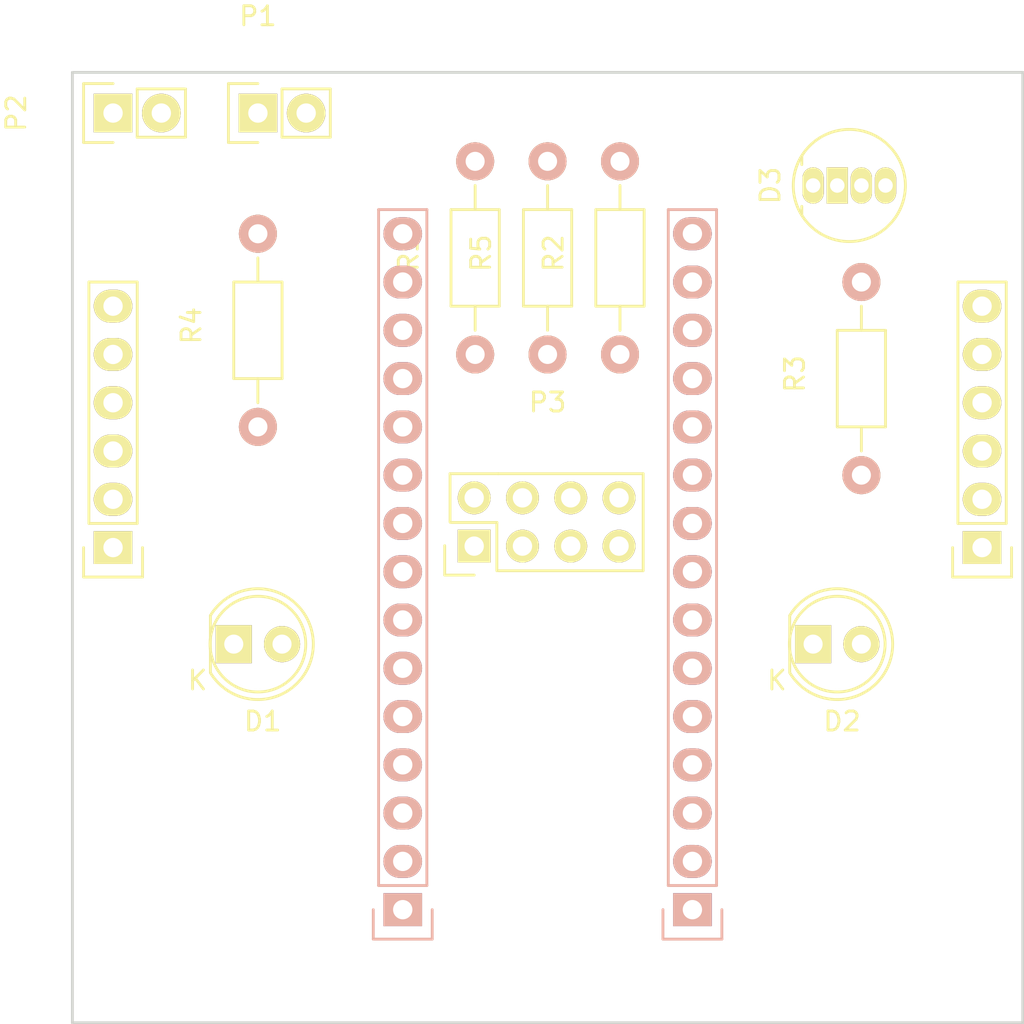
<source format=kicad_pcb>
(kicad_pcb (version 4) (host pcbnew 4.0.2-4+6225~38~ubuntu14.04.1-stable)

  (general
    (links 0)
    (no_connects 37)
    (area 139.7 78.74 190.5 129.54)
    (thickness 1.6)
    (drawings 4)
    (tracks 0)
    (zones 0)
    (modules 15)
    (nets 36)
  )

  (page A4)
  (layers
    (0 F.Cu signal)
    (31 B.Cu signal)
    (32 B.Adhes user)
    (33 F.Adhes user)
    (34 B.Paste user)
    (35 F.Paste user)
    (36 B.SilkS user)
    (37 F.SilkS user)
    (38 B.Mask user)
    (39 F.Mask user)
    (40 Dwgs.User user)
    (41 Cmts.User user)
    (42 Eco1.User user)
    (43 Eco2.User user)
    (44 Edge.Cuts user)
    (45 Margin user)
    (46 B.CrtYd user)
    (47 F.CrtYd user)
    (48 B.Fab user)
    (49 F.Fab user)
  )

  (setup
    (last_trace_width 0.25)
    (trace_clearance 0.2)
    (zone_clearance 0.508)
    (zone_45_only no)
    (trace_min 0.2)
    (segment_width 0.2)
    (edge_width 0.15)
    (via_size 0.6)
    (via_drill 0.4)
    (via_min_size 0.4)
    (via_min_drill 0.3)
    (uvia_size 0.3)
    (uvia_drill 0.1)
    (uvias_allowed no)
    (uvia_min_size 0.2)
    (uvia_min_drill 0.1)
    (pcb_text_width 0.3)
    (pcb_text_size 1.5 1.5)
    (mod_edge_width 0.15)
    (mod_text_size 1 1)
    (mod_text_width 0.15)
    (pad_size 1.524 1.524)
    (pad_drill 0.762)
    (pad_to_mask_clearance 0.2)
    (aux_axis_origin 0 0)
    (grid_origin 165 105)
    (visible_elements FFFFF77F)
    (pcbplotparams
      (layerselection 0x00030_80000001)
      (usegerberextensions false)
      (excludeedgelayer true)
      (linewidth 0.100000)
      (plotframeref false)
      (viasonmask false)
      (mode 1)
      (useauxorigin false)
      (hpglpennumber 1)
      (hpglpenspeed 20)
      (hpglpendiameter 15)
      (hpglpenoverlay 2)
      (psnegative false)
      (psa4output false)
      (plotreference true)
      (plotvalue true)
      (plotinvisibletext false)
      (padsonsilk false)
      (subtractmaskfromsilk false)
      (outputformat 1)
      (mirror false)
      (drillshape 0)
      (scaleselection 1)
      (outputdirectory ""))
  )

  (net 0 "")
  (net 1 GND)
  (net 2 /LED_GREEN)
  (net 3 /LED_RED)
  (net 4 "Net-(D3-Pad1)")
  (net 5 "Net-(D3-Pad3)")
  (net 6 "Net-(D3-Pad4)")
  (net 7 5V)
  (net 8 VIN)
  (net 9 3V3)
  (net 10 D7)
  (net 11 D8)
  (net 12 SCK)
  (net 13 MOSI)
  (net 14 MISO)
  (net 15 "Net-(P3-Pad8)")
  (net 16 SS)
  (net 17 D9)
  (net 18 D6)
  (net 19 D5)
  (net 20 D4)
  (net 21 D3)
  (net 22 D2)
  (net 23 "Net-(P4-Pad13)")
  (net 24 "Net-(P4-Pad14)")
  (net 25 "Net-(P4-Pad15)")
  (net 26 SCL)
  (net 27 SDA)
  (net 28 ADC1)
  (net 29 ADC0)
  (net 30 "Net-(P6-Pad3)")
  (net 31 "Net-(P6-Pad6)")
  (net 32 "Net-(P6-Pad7)")
  (net 33 "Net-(P6-Pad10)")
  (net 34 "Net-(P6-Pad11)")
  (net 35 "Net-(P6-Pad13)")

  (net_class Default "This is the default net class."
    (clearance 0.2)
    (trace_width 0.25)
    (via_dia 0.6)
    (via_drill 0.4)
    (uvia_dia 0.3)
    (uvia_drill 0.1)
    (add_net /LED_GREEN)
    (add_net /LED_RED)
    (add_net 3V3)
    (add_net 5V)
    (add_net ADC0)
    (add_net ADC1)
    (add_net D2)
    (add_net D3)
    (add_net D4)
    (add_net D5)
    (add_net D6)
    (add_net D7)
    (add_net D8)
    (add_net D9)
    (add_net GND)
    (add_net MISO)
    (add_net MOSI)
    (add_net "Net-(D3-Pad1)")
    (add_net "Net-(D3-Pad3)")
    (add_net "Net-(D3-Pad4)")
    (add_net "Net-(P3-Pad8)")
    (add_net "Net-(P4-Pad13)")
    (add_net "Net-(P4-Pad14)")
    (add_net "Net-(P4-Pad15)")
    (add_net "Net-(P6-Pad10)")
    (add_net "Net-(P6-Pad11)")
    (add_net "Net-(P6-Pad13)")
    (add_net "Net-(P6-Pad3)")
    (add_net "Net-(P6-Pad6)")
    (add_net "Net-(P6-Pad7)")
    (add_net SCK)
    (add_net SCL)
    (add_net SDA)
    (add_net SS)
    (add_net VIN)
  )

  (module NRF_24L01 placed (layer F.Cu) (tedit 57177CC0) (tstamp 571778E3)
    (at 165 102.46)
    (descr "Through hole socket strip")
    (tags "socket strip")
    (path /57177ADC)
    (fp_text reference P3 (at 0 -5.1) (layer F.SilkS)
      (effects (font (size 1 1) (thickness 0.15)))
    )
    (fp_text value NRF_24L01 (at 0 -3.1) (layer F.Fab)
      (effects (font (size 1 1) (thickness 0.15)))
    )
    (fp_line (start -5.1054 1.2192) (end -2.667 1.2192) (layer F.SilkS) (width 0.15))
    (fp_line (start -2.667 1.2192) (end -2.667 3.7592) (layer F.SilkS) (width 0.15))
    (fp_line (start -2.5908 3.7592) (end 5.0292 3.7592) (layer F.SilkS) (width 0.15))
    (fp_line (start -5.6108 -1.8262) (end -5.6108 4.2238) (layer F.CrtYd) (width 0.05))
    (fp_line (start 5.5392 -1.8262) (end 5.5392 4.2238) (layer F.CrtYd) (width 0.05))
    (fp_line (start -5.6108 -1.8262) (end 5.5392 -1.8262) (layer F.CrtYd) (width 0.05))
    (fp_line (start -5.6108 4.2238) (end 5.5392 4.2238) (layer F.CrtYd) (width 0.05))
    (fp_line (start -2.5908 -1.3462) (end 5.0292 -1.3462) (layer F.SilkS) (width 0.15))
    (fp_line (start 5.0292 -1.3462) (end 5.0292 3.7338) (layer F.SilkS) (width 0.15))
    (fp_line (start -3.8608 3.9872) (end -5.4108 3.9872) (layer F.SilkS) (width 0.15))
    (fp_line (start -5.1308 -1.3462) (end -2.5908 -1.3462) (layer F.SilkS) (width 0.15))
    (fp_line (start -5.1308 1.1938) (end -5.1308 -1.3462) (layer F.SilkS) (width 0.15))
    (fp_line (start -5.4108 2.4378) (end -5.4108 3.9878) (layer F.SilkS) (width 0.15))
    (pad 2 thru_hole circle (at -3.8608 -0.0762) (size 1.7272 1.7272) (drill 1.016) (layers *.Cu *.Mask F.SilkS)
      (net 9 3V3))
    (pad 1 thru_hole rect (at -3.8608 2.4638) (size 1.7272 1.7272) (drill 1.016) (layers *.Cu *.Mask F.SilkS)
      (net 1 GND))
    (pad 4 thru_hole oval (at -1.3208 -0.0762) (size 1.7272 1.7272) (drill 1.016) (layers *.Cu *.Mask F.SilkS)
      (net 11 D8))
    (pad 3 thru_hole oval (at -1.3208 2.4638) (size 1.7272 1.7272) (drill 1.016) (layers *.Cu *.Mask F.SilkS)
      (net 10 D7))
    (pad 6 thru_hole oval (at 1.2192 -0.0762) (size 1.7272 1.7272) (drill 1.016) (layers *.Cu *.Mask F.SilkS)
      (net 13 MOSI))
    (pad 5 thru_hole oval (at 1.2192 2.4638) (size 1.7272 1.7272) (drill 1.016) (layers *.Cu *.Mask F.SilkS)
      (net 12 SCK))
    (pad 8 thru_hole oval (at 3.7592 -0.0762) (size 1.7272 1.7272) (drill 1.016) (layers *.Cu *.Mask F.SilkS)
      (net 15 "Net-(P3-Pad8)"))
    (pad 7 thru_hole oval (at 3.7592 2.4638) (size 1.7272 1.7272) (drill 1.016) (layers *.Cu *.Mask F.SilkS)
      (net 14 MISO))
    (model Socket_Strips.3dshapes/Socket_Strip_Straight_2x04.wrl
      (at (xyz 0.15 -0.05 0))
      (scale (xyz 1 1 1))
      (rotate (xyz 0 0 180))
    )
  )

  (module LEDs:LED-5MM placed (layer F.Cu) (tedit 5570F7EA) (tstamp 57177891)
    (at 148.49 110.08)
    (descr "LED 5mm round vertical")
    (tags "LED 5mm round vertical")
    (path /571774ED)
    (fp_text reference D1 (at 1.524 4.064) (layer F.SilkS)
      (effects (font (size 1 1) (thickness 0.15)))
    )
    (fp_text value LED (at 1.524 -3.937) (layer F.Fab)
      (effects (font (size 1 1) (thickness 0.15)))
    )
    (fp_line (start -1.5 -1.55) (end -1.5 1.55) (layer F.CrtYd) (width 0.05))
    (fp_arc (start 1.3 0) (end -1.5 1.55) (angle -302) (layer F.CrtYd) (width 0.05))
    (fp_arc (start 1.27 0) (end -1.23 -1.5) (angle 297.5) (layer F.SilkS) (width 0.15))
    (fp_line (start -1.23 1.5) (end -1.23 -1.5) (layer F.SilkS) (width 0.15))
    (fp_circle (center 1.27 0) (end 0.97 -2.5) (layer F.SilkS) (width 0.15))
    (fp_text user K (at -1.905 1.905) (layer F.SilkS)
      (effects (font (size 1 1) (thickness 0.15)))
    )
    (pad 1 thru_hole rect (at 0 0 90) (size 2 1.9) (drill 1.00076) (layers *.Cu *.Mask F.SilkS)
      (net 1 GND))
    (pad 2 thru_hole circle (at 2.54 0) (size 1.9 1.9) (drill 1.00076) (layers *.Cu *.Mask F.SilkS)
      (net 2 /LED_GREEN))
    (model LEDs.3dshapes/LED-5MM.wrl
      (at (xyz 0.05 0 0))
      (scale (xyz 1 1 1))
      (rotate (xyz 0 0 90))
    )
  )

  (module LEDs:LED-5MM placed (layer F.Cu) (tedit 5570F7EA) (tstamp 5717789D)
    (at 178.97 110.08)
    (descr "LED 5mm round vertical")
    (tags "LED 5mm round vertical")
    (path /5717754C)
    (fp_text reference D2 (at 1.524 4.064) (layer F.SilkS)
      (effects (font (size 1 1) (thickness 0.15)))
    )
    (fp_text value LED (at 1.524 -3.937) (layer F.Fab)
      (effects (font (size 1 1) (thickness 0.15)))
    )
    (fp_line (start -1.5 -1.55) (end -1.5 1.55) (layer F.CrtYd) (width 0.05))
    (fp_arc (start 1.3 0) (end -1.5 1.55) (angle -302) (layer F.CrtYd) (width 0.05))
    (fp_arc (start 1.27 0) (end -1.23 -1.5) (angle 297.5) (layer F.SilkS) (width 0.15))
    (fp_line (start -1.23 1.5) (end -1.23 -1.5) (layer F.SilkS) (width 0.15))
    (fp_circle (center 1.27 0) (end 0.97 -2.5) (layer F.SilkS) (width 0.15))
    (fp_text user K (at -1.905 1.905) (layer F.SilkS)
      (effects (font (size 1 1) (thickness 0.15)))
    )
    (pad 1 thru_hole rect (at 0 0 90) (size 2 1.9) (drill 1.00076) (layers *.Cu *.Mask F.SilkS)
      (net 1 GND))
    (pad 2 thru_hole circle (at 2.54 0) (size 1.9 1.9) (drill 1.00076) (layers *.Cu *.Mask F.SilkS)
      (net 3 /LED_RED))
    (model LEDs.3dshapes/LED-5MM.wrl
      (at (xyz 0.05 0 0))
      (scale (xyz 1 1 1))
      (rotate (xyz 0 0 90))
    )
  )

  (module LEDs:LED-RGB-5MM_Common_Cathode placed (layer F.Cu) (tedit 55A0859C) (tstamp 571778A9)
    (at 178.97 85.95 90)
    (descr "5mm common cathode RGB LED")
    (tags "RGB LED 5mm Common Cathode")
    (path /5717776D)
    (fp_text reference D3 (at 0 -2.25 90) (layer F.SilkS)
      (effects (font (size 1 1) (thickness 0.15)))
    )
    (fp_text value LED_RCBG (at 0 6.25 90) (layer F.Fab)
      (effects (font (size 1 1) (thickness 0.15)))
    )
    (fp_circle (center 0 1.905) (end 3.2 1.905) (layer F.CrtYd) (width 0.05))
    (fp_line (start -1.1 -0.595) (end -1.55 -0.595) (layer F.SilkS) (width 0.15))
    (fp_circle (center 0 1.905) (end 2.95 1.905) (layer F.SilkS) (width 0.15))
    (fp_line (start 1.1 -0.595) (end 1.55 -0.595) (layer F.SilkS) (width 0.15))
    (pad 1 thru_hole oval (at 0 0 90) (size 1.905 1.1176) (drill 0.762) (layers *.Cu *.Mask F.SilkS)
      (net 4 "Net-(D3-Pad1)"))
    (pad 2 thru_hole rect (at 0 1.27 90) (size 1.905 1.1176) (drill 0.762) (layers *.Cu *.Mask F.SilkS)
      (net 1 GND))
    (pad 3 thru_hole oval (at 0 2.54 90) (size 1.905 1.1176) (drill 0.762) (layers *.Cu *.Mask F.SilkS)
      (net 5 "Net-(D3-Pad3)"))
    (pad 4 thru_hole oval (at 0 3.81 90) (size 1.905 1.1176) (drill 0.762) (layers *.Cu *.Mask F.SilkS)
      (net 6 "Net-(D3-Pad4)"))
  )

  (module Socket_Strips:Socket_Strip_Straight_1x02 placed (layer F.Cu) (tedit 54E9F75E) (tstamp 571778BA)
    (at 149.76 82.14)
    (descr "Through hole socket strip")
    (tags "socket strip")
    (path /57177FAB)
    (fp_text reference P1 (at 0 -5.1) (layer F.SilkS)
      (effects (font (size 1 1) (thickness 0.15)))
    )
    (fp_text value 5V_OUT (at 0 -3.1) (layer F.Fab)
      (effects (font (size 1 1) (thickness 0.15)))
    )
    (fp_line (start -1.55 1.55) (end 0 1.55) (layer F.SilkS) (width 0.15))
    (fp_line (start 3.81 1.27) (end 1.27 1.27) (layer F.SilkS) (width 0.15))
    (fp_line (start -1.75 -1.75) (end -1.75 1.75) (layer F.CrtYd) (width 0.05))
    (fp_line (start 4.3 -1.75) (end 4.3 1.75) (layer F.CrtYd) (width 0.05))
    (fp_line (start -1.75 -1.75) (end 4.3 -1.75) (layer F.CrtYd) (width 0.05))
    (fp_line (start -1.75 1.75) (end 4.3 1.75) (layer F.CrtYd) (width 0.05))
    (fp_line (start 1.27 1.27) (end 1.27 -1.27) (layer F.SilkS) (width 0.15))
    (fp_line (start 0 -1.55) (end -1.55 -1.55) (layer F.SilkS) (width 0.15))
    (fp_line (start -1.55 -1.55) (end -1.55 1.55) (layer F.SilkS) (width 0.15))
    (fp_line (start 1.27 -1.27) (end 3.81 -1.27) (layer F.SilkS) (width 0.15))
    (fp_line (start 3.81 -1.27) (end 3.81 1.27) (layer F.SilkS) (width 0.15))
    (pad 1 thru_hole rect (at 0 0) (size 2.032 2.032) (drill 1.016) (layers *.Cu *.Mask F.SilkS)
      (net 1 GND))
    (pad 2 thru_hole oval (at 2.54 0) (size 2.032 2.032) (drill 1.016) (layers *.Cu *.Mask F.SilkS)
      (net 7 5V))
    (model Socket_Strips.3dshapes/Socket_Strip_Straight_1x02.wrl
      (at (xyz 0.05 0 0))
      (scale (xyz 1 1 1))
      (rotate (xyz 0 0 180))
    )
  )

  (module Pin_Headers:Pin_Header_Straight_1x02 placed (layer F.Cu) (tedit 54EA090C) (tstamp 571778CB)
    (at 142.14 82.14 90)
    (descr "Through hole pin header")
    (tags "pin header")
    (path /57177D69)
    (fp_text reference P2 (at 0 -5.1 90) (layer F.SilkS)
      (effects (font (size 1 1) (thickness 0.15)))
    )
    (fp_text value ALT_PWR (at 0 -3.1 90) (layer F.Fab)
      (effects (font (size 1 1) (thickness 0.15)))
    )
    (fp_line (start 1.27 1.27) (end 1.27 3.81) (layer F.SilkS) (width 0.15))
    (fp_line (start 1.55 -1.55) (end 1.55 0) (layer F.SilkS) (width 0.15))
    (fp_line (start -1.75 -1.75) (end -1.75 4.3) (layer F.CrtYd) (width 0.05))
    (fp_line (start 1.75 -1.75) (end 1.75 4.3) (layer F.CrtYd) (width 0.05))
    (fp_line (start -1.75 -1.75) (end 1.75 -1.75) (layer F.CrtYd) (width 0.05))
    (fp_line (start -1.75 4.3) (end 1.75 4.3) (layer F.CrtYd) (width 0.05))
    (fp_line (start 1.27 1.27) (end -1.27 1.27) (layer F.SilkS) (width 0.15))
    (fp_line (start -1.55 0) (end -1.55 -1.55) (layer F.SilkS) (width 0.15))
    (fp_line (start -1.55 -1.55) (end 1.55 -1.55) (layer F.SilkS) (width 0.15))
    (fp_line (start -1.27 1.27) (end -1.27 3.81) (layer F.SilkS) (width 0.15))
    (fp_line (start -1.27 3.81) (end 1.27 3.81) (layer F.SilkS) (width 0.15))
    (pad 1 thru_hole rect (at 0 0 90) (size 2.032 2.032) (drill 1.016) (layers *.Cu *.Mask F.SilkS)
      (net 1 GND))
    (pad 2 thru_hole oval (at 0 2.54 90) (size 2.032 2.032) (drill 1.016) (layers *.Cu *.Mask F.SilkS)
      (net 8 VIN))
    (model Pin_Headers.3dshapes/Pin_Header_Straight_1x02.wrl
      (at (xyz 0 -0.05 0))
      (scale (xyz 1 1 1))
      (rotate (xyz 0 0 90))
    )
  )

  (module Socket_Strips:Socket_Strip_Straight_1x15 placed (layer B.Cu) (tedit 57177A6B) (tstamp 57177901)
    (at 172.62 124.05 90)
    (descr "Through hole socket strip")
    (tags "socket strip")
    (path /571772A1)
    (fp_text reference P4 (at 0 5.1 90) (layer B.SilkS) hide
      (effects (font (size 1 1) (thickness 0.15)) (justify mirror))
    )
    (fp_text value CONN_01X15 (at 0 3.1 90) (layer B.Fab)
      (effects (font (size 1 1) (thickness 0.15)) (justify mirror))
    )
    (fp_line (start -1.75 1.75) (end -1.75 -1.75) (layer B.CrtYd) (width 0.05))
    (fp_line (start 37.35 1.75) (end 37.35 -1.75) (layer B.CrtYd) (width 0.05))
    (fp_line (start -1.75 1.75) (end 37.35 1.75) (layer B.CrtYd) (width 0.05))
    (fp_line (start -1.75 -1.75) (end 37.35 -1.75) (layer B.CrtYd) (width 0.05))
    (fp_line (start 1.27 1.27) (end 36.83 1.27) (layer B.SilkS) (width 0.15))
    (fp_line (start 36.83 1.27) (end 36.83 -1.27) (layer B.SilkS) (width 0.15))
    (fp_line (start 36.83 -1.27) (end 1.27 -1.27) (layer B.SilkS) (width 0.15))
    (fp_line (start -1.55 -1.55) (end 0 -1.55) (layer B.SilkS) (width 0.15))
    (fp_line (start 1.27 -1.27) (end 1.27 1.27) (layer B.SilkS) (width 0.15))
    (fp_line (start 0 1.55) (end -1.55 1.55) (layer B.SilkS) (width 0.15))
    (fp_line (start -1.55 1.55) (end -1.55 -1.55) (layer B.SilkS) (width 0.15))
    (pad 1 thru_hole rect (at 0 0 90) (size 1.7272 2.032) (drill 1.016) (layers *.Cu *.Mask B.SilkS)
      (net 14 MISO))
    (pad 2 thru_hole oval (at 2.54 0 90) (size 1.7272 2.032) (drill 1.016) (layers *.Cu *.Mask B.SilkS)
      (net 13 MOSI))
    (pad 3 thru_hole oval (at 5.08 0 90) (size 1.7272 2.032) (drill 1.016) (layers *.Cu *.Mask B.SilkS)
      (net 16 SS))
    (pad 4 thru_hole oval (at 7.62 0 90) (size 1.7272 2.032) (drill 1.016) (layers *.Cu *.Mask B.SilkS)
      (net 17 D9))
    (pad 5 thru_hole oval (at 10.16 0 90) (size 1.7272 2.032) (drill 1.016) (layers *.Cu *.Mask B.SilkS)
      (net 11 D8))
    (pad 6 thru_hole oval (at 12.7 0 90) (size 1.7272 2.032) (drill 1.016) (layers *.Cu *.Mask B.SilkS)
      (net 10 D7))
    (pad 7 thru_hole oval (at 15.24 0 90) (size 1.7272 2.032) (drill 1.016) (layers *.Cu *.Mask B.SilkS)
      (net 18 D6))
    (pad 8 thru_hole oval (at 17.78 0 90) (size 1.7272 2.032) (drill 1.016) (layers *.Cu *.Mask B.SilkS)
      (net 19 D5))
    (pad 9 thru_hole oval (at 20.32 0 90) (size 1.7272 2.032) (drill 1.016) (layers *.Cu *.Mask B.SilkS)
      (net 20 D4))
    (pad 10 thru_hole oval (at 22.86 0 90) (size 1.7272 2.032) (drill 1.016) (layers *.Cu *.Mask B.SilkS)
      (net 21 D3))
    (pad 11 thru_hole oval (at 25.4 0 90) (size 1.7272 2.032) (drill 1.016) (layers *.Cu *.Mask B.SilkS)
      (net 22 D2))
    (pad 12 thru_hole oval (at 27.94 0 90) (size 1.7272 2.032) (drill 1.016) (layers *.Cu *.Mask B.SilkS)
      (net 1 GND))
    (pad 13 thru_hole oval (at 30.48 0 90) (size 1.7272 2.032) (drill 1.016) (layers *.Cu *.Mask B.SilkS)
      (net 23 "Net-(P4-Pad13)"))
    (pad 14 thru_hole oval (at 33.02 0 90) (size 1.7272 2.032) (drill 1.016) (layers *.Cu *.Mask B.SilkS)
      (net 24 "Net-(P4-Pad14)"))
    (pad 15 thru_hole oval (at 35.56 0 90) (size 1.7272 2.032) (drill 1.016) (layers *.Cu *.Mask B.SilkS)
      (net 25 "Net-(P4-Pad15)"))
    (model Socket_Strips.3dshapes/Socket_Strip_Straight_1x15.wrl
      (at (xyz 0.7 0 0))
      (scale (xyz 1 1 1))
      (rotate (xyz 0 0 180))
    )
  )

  (module Socket_Strips:Socket_Strip_Straight_1x06 placed (layer F.Cu) (tedit 57177ACD) (tstamp 57177916)
    (at 142.14 105 90)
    (descr "Through hole socket strip")
    (tags "socket strip")
    (path /571782EF)
    (fp_text reference P5 (at 0 -5.1 90) (layer F.SilkS) hide
      (effects (font (size 1 1) (thickness 0.15)))
    )
    (fp_text value CONN_01X06 (at 0 -3.1 90) (layer F.Fab)
      (effects (font (size 1 1) (thickness 0.15)))
    )
    (fp_line (start -1.75 -1.75) (end -1.75 1.75) (layer F.CrtYd) (width 0.05))
    (fp_line (start 14.45 -1.75) (end 14.45 1.75) (layer F.CrtYd) (width 0.05))
    (fp_line (start -1.75 -1.75) (end 14.45 -1.75) (layer F.CrtYd) (width 0.05))
    (fp_line (start -1.75 1.75) (end 14.45 1.75) (layer F.CrtYd) (width 0.05))
    (fp_line (start 1.27 1.27) (end 13.97 1.27) (layer F.SilkS) (width 0.15))
    (fp_line (start 13.97 1.27) (end 13.97 -1.27) (layer F.SilkS) (width 0.15))
    (fp_line (start 13.97 -1.27) (end 1.27 -1.27) (layer F.SilkS) (width 0.15))
    (fp_line (start -1.55 1.55) (end 0 1.55) (layer F.SilkS) (width 0.15))
    (fp_line (start 1.27 1.27) (end 1.27 -1.27) (layer F.SilkS) (width 0.15))
    (fp_line (start 0 -1.55) (end -1.55 -1.55) (layer F.SilkS) (width 0.15))
    (fp_line (start -1.55 -1.55) (end -1.55 1.55) (layer F.SilkS) (width 0.15))
    (pad 1 thru_hole rect (at 0 0 90) (size 1.7272 2.032) (drill 1.016) (layers *.Cu *.Mask F.SilkS)
      (net 1 GND))
    (pad 2 thru_hole oval (at 2.54 0 90) (size 1.7272 2.032) (drill 1.016) (layers *.Cu *.Mask F.SilkS)
      (net 9 3V3))
    (pad 3 thru_hole oval (at 5.08 0 90) (size 1.7272 2.032) (drill 1.016) (layers *.Cu *.Mask F.SilkS)
      (net 26 SCL))
    (pad 4 thru_hole oval (at 7.62 0 90) (size 1.7272 2.032) (drill 1.016) (layers *.Cu *.Mask F.SilkS)
      (net 27 SDA))
    (pad 5 thru_hole oval (at 10.16 0 90) (size 1.7272 2.032) (drill 1.016) (layers *.Cu *.Mask F.SilkS)
      (net 28 ADC1))
    (pad 6 thru_hole oval (at 12.7 0 90) (size 1.7272 2.032) (drill 1.016) (layers *.Cu *.Mask F.SilkS)
      (net 29 ADC0))
    (model Socket_Strips.3dshapes/Socket_Strip_Straight_1x06.wrl
      (at (xyz 0.25 0 0))
      (scale (xyz 1 1 1))
      (rotate (xyz 0 0 180))
    )
  )

  (module Socket_Strips:Socket_Strip_Straight_1x15 placed (layer B.Cu) (tedit 57177A6F) (tstamp 57177934)
    (at 157.38 124.05 90)
    (descr "Through hole socket strip")
    (tags "socket strip")
    (path /57177309)
    (fp_text reference P6 (at 0 5.1 90) (layer B.SilkS) hide
      (effects (font (size 1 1) (thickness 0.15)) (justify mirror))
    )
    (fp_text value CONN_01X15 (at 0 3.1 90) (layer B.Fab)
      (effects (font (size 1 1) (thickness 0.15)) (justify mirror))
    )
    (fp_line (start -1.75 1.75) (end -1.75 -1.75) (layer B.CrtYd) (width 0.05))
    (fp_line (start 37.35 1.75) (end 37.35 -1.75) (layer B.CrtYd) (width 0.05))
    (fp_line (start -1.75 1.75) (end 37.35 1.75) (layer B.CrtYd) (width 0.05))
    (fp_line (start -1.75 -1.75) (end 37.35 -1.75) (layer B.CrtYd) (width 0.05))
    (fp_line (start 1.27 1.27) (end 36.83 1.27) (layer B.SilkS) (width 0.15))
    (fp_line (start 36.83 1.27) (end 36.83 -1.27) (layer B.SilkS) (width 0.15))
    (fp_line (start 36.83 -1.27) (end 1.27 -1.27) (layer B.SilkS) (width 0.15))
    (fp_line (start -1.55 -1.55) (end 0 -1.55) (layer B.SilkS) (width 0.15))
    (fp_line (start 1.27 -1.27) (end 1.27 1.27) (layer B.SilkS) (width 0.15))
    (fp_line (start 0 1.55) (end -1.55 1.55) (layer B.SilkS) (width 0.15))
    (fp_line (start -1.55 1.55) (end -1.55 -1.55) (layer B.SilkS) (width 0.15))
    (pad 1 thru_hole rect (at 0 0 90) (size 1.7272 2.032) (drill 1.016) (layers *.Cu *.Mask B.SilkS)
      (net 12 SCK))
    (pad 2 thru_hole oval (at 2.54 0 90) (size 1.7272 2.032) (drill 1.016) (layers *.Cu *.Mask B.SilkS)
      (net 9 3V3))
    (pad 3 thru_hole oval (at 5.08 0 90) (size 1.7272 2.032) (drill 1.016) (layers *.Cu *.Mask B.SilkS)
      (net 30 "Net-(P6-Pad3)"))
    (pad 4 thru_hole oval (at 7.62 0 90) (size 1.7272 2.032) (drill 1.016) (layers *.Cu *.Mask B.SilkS)
      (net 29 ADC0))
    (pad 5 thru_hole oval (at 10.16 0 90) (size 1.7272 2.032) (drill 1.016) (layers *.Cu *.Mask B.SilkS)
      (net 28 ADC1))
    (pad 6 thru_hole oval (at 12.7 0 90) (size 1.7272 2.032) (drill 1.016) (layers *.Cu *.Mask B.SilkS)
      (net 31 "Net-(P6-Pad6)"))
    (pad 7 thru_hole oval (at 15.24 0 90) (size 1.7272 2.032) (drill 1.016) (layers *.Cu *.Mask B.SilkS)
      (net 32 "Net-(P6-Pad7)"))
    (pad 8 thru_hole oval (at 17.78 0 90) (size 1.7272 2.032) (drill 1.016) (layers *.Cu *.Mask B.SilkS)
      (net 27 SDA))
    (pad 9 thru_hole oval (at 20.32 0 90) (size 1.7272 2.032) (drill 1.016) (layers *.Cu *.Mask B.SilkS)
      (net 26 SCL))
    (pad 10 thru_hole oval (at 22.86 0 90) (size 1.7272 2.032) (drill 1.016) (layers *.Cu *.Mask B.SilkS)
      (net 33 "Net-(P6-Pad10)"))
    (pad 11 thru_hole oval (at 25.4 0 90) (size 1.7272 2.032) (drill 1.016) (layers *.Cu *.Mask B.SilkS)
      (net 34 "Net-(P6-Pad11)"))
    (pad 12 thru_hole oval (at 27.94 0 90) (size 1.7272 2.032) (drill 1.016) (layers *.Cu *.Mask B.SilkS)
      (net 7 5V))
    (pad 13 thru_hole oval (at 30.48 0 90) (size 1.7272 2.032) (drill 1.016) (layers *.Cu *.Mask B.SilkS)
      (net 35 "Net-(P6-Pad13)"))
    (pad 14 thru_hole oval (at 33.02 0 90) (size 1.7272 2.032) (drill 1.016) (layers *.Cu *.Mask B.SilkS)
      (net 1 GND))
    (pad 15 thru_hole oval (at 35.56 0 90) (size 1.7272 2.032) (drill 1.016) (layers *.Cu *.Mask B.SilkS)
      (net 8 VIN))
    (model Socket_Strips.3dshapes/Socket_Strip_Straight_1x15.wrl
      (at (xyz 0.7 0 0))
      (scale (xyz 1 1 1))
      (rotate (xyz 0 0 180))
    )
  )

  (module Socket_Strips:Socket_Strip_Straight_1x06 placed (layer F.Cu) (tedit 57177AD1) (tstamp 57177949)
    (at 187.86 105 90)
    (descr "Through hole socket strip")
    (tags "socket strip")
    (path /571781E8)
    (fp_text reference P7 (at 0 -5.1 90) (layer F.SilkS) hide
      (effects (font (size 1 1) (thickness 0.15)))
    )
    (fp_text value CONN_01X06 (at 0 -3.1 90) (layer F.Fab)
      (effects (font (size 1 1) (thickness 0.15)))
    )
    (fp_line (start -1.75 -1.75) (end -1.75 1.75) (layer F.CrtYd) (width 0.05))
    (fp_line (start 14.45 -1.75) (end 14.45 1.75) (layer F.CrtYd) (width 0.05))
    (fp_line (start -1.75 -1.75) (end 14.45 -1.75) (layer F.CrtYd) (width 0.05))
    (fp_line (start -1.75 1.75) (end 14.45 1.75) (layer F.CrtYd) (width 0.05))
    (fp_line (start 1.27 1.27) (end 13.97 1.27) (layer F.SilkS) (width 0.15))
    (fp_line (start 13.97 1.27) (end 13.97 -1.27) (layer F.SilkS) (width 0.15))
    (fp_line (start 13.97 -1.27) (end 1.27 -1.27) (layer F.SilkS) (width 0.15))
    (fp_line (start -1.55 1.55) (end 0 1.55) (layer F.SilkS) (width 0.15))
    (fp_line (start 1.27 1.27) (end 1.27 -1.27) (layer F.SilkS) (width 0.15))
    (fp_line (start 0 -1.55) (end -1.55 -1.55) (layer F.SilkS) (width 0.15))
    (fp_line (start -1.55 -1.55) (end -1.55 1.55) (layer F.SilkS) (width 0.15))
    (pad 1 thru_hole rect (at 0 0 90) (size 1.7272 2.032) (drill 1.016) (layers *.Cu *.Mask F.SilkS)
      (net 1 GND))
    (pad 2 thru_hole oval (at 2.54 0 90) (size 1.7272 2.032) (drill 1.016) (layers *.Cu *.Mask F.SilkS)
      (net 7 5V))
    (pad 3 thru_hole oval (at 5.08 0 90) (size 1.7272 2.032) (drill 1.016) (layers *.Cu *.Mask F.SilkS)
      (net 12 SCK))
    (pad 4 thru_hole oval (at 7.62 0 90) (size 1.7272 2.032) (drill 1.016) (layers *.Cu *.Mask F.SilkS)
      (net 14 MISO))
    (pad 5 thru_hole oval (at 10.16 0 90) (size 1.7272 2.032) (drill 1.016) (layers *.Cu *.Mask F.SilkS)
      (net 13 MOSI))
    (pad 6 thru_hole oval (at 12.7 0 90) (size 1.7272 2.032) (drill 1.016) (layers *.Cu *.Mask F.SilkS)
      (net 16 SS))
    (model Socket_Strips.3dshapes/Socket_Strip_Straight_1x06.wrl
      (at (xyz 0.25 0 0))
      (scale (xyz 1 1 1))
      (rotate (xyz 0 0 180))
    )
  )

  (module Resistors_ThroughHole:Resistor_Horizontal_RM10mm placed (layer F.Cu) (tedit 56648415) (tstamp 57177959)
    (at 161.19 94.84 90)
    (descr "Resistor, Axial,  RM 10mm, 1/3W")
    (tags "Resistor Axial RM 10mm 1/3W")
    (path /57177842)
    (fp_text reference R1 (at 5.32892 -3.50012 90) (layer F.SilkS)
      (effects (font (size 1 1) (thickness 0.15)))
    )
    (fp_text value 180R (at 5.08 3.81 90) (layer F.Fab)
      (effects (font (size 1 1) (thickness 0.15)))
    )
    (fp_line (start -1.25 -1.5) (end 11.4 -1.5) (layer F.CrtYd) (width 0.05))
    (fp_line (start -1.25 1.5) (end -1.25 -1.5) (layer F.CrtYd) (width 0.05))
    (fp_line (start 11.4 -1.5) (end 11.4 1.5) (layer F.CrtYd) (width 0.05))
    (fp_line (start -1.25 1.5) (end 11.4 1.5) (layer F.CrtYd) (width 0.05))
    (fp_line (start 2.54 -1.27) (end 7.62 -1.27) (layer F.SilkS) (width 0.15))
    (fp_line (start 7.62 -1.27) (end 7.62 1.27) (layer F.SilkS) (width 0.15))
    (fp_line (start 7.62 1.27) (end 2.54 1.27) (layer F.SilkS) (width 0.15))
    (fp_line (start 2.54 1.27) (end 2.54 -1.27) (layer F.SilkS) (width 0.15))
    (fp_line (start 2.54 0) (end 1.27 0) (layer F.SilkS) (width 0.15))
    (fp_line (start 7.62 0) (end 8.89 0) (layer F.SilkS) (width 0.15))
    (pad 1 thru_hole circle (at 0 0 90) (size 1.99898 1.99898) (drill 1.00076) (layers *.Cu *.SilkS *.Mask)
      (net 4 "Net-(D3-Pad1)"))
    (pad 2 thru_hole circle (at 10.16 0 90) (size 1.99898 1.99898) (drill 1.00076) (layers *.Cu *.SilkS *.Mask)
      (net 21 D3))
    (model Resistors_ThroughHole.3dshapes/Resistor_Horizontal_RM10mm.wrl
      (at (xyz 0.2 0 0))
      (scale (xyz 0.4 0.4 0.4))
      (rotate (xyz 0 0 0))
    )
  )

  (module Resistors_ThroughHole:Resistor_Horizontal_RM10mm placed (layer F.Cu) (tedit 56648415) (tstamp 57177969)
    (at 168.81 94.84 90)
    (descr "Resistor, Axial,  RM 10mm, 1/3W")
    (tags "Resistor Axial RM 10mm 1/3W")
    (path /571778A4)
    (fp_text reference R2 (at 5.32892 -3.50012 90) (layer F.SilkS)
      (effects (font (size 1 1) (thickness 0.15)))
    )
    (fp_text value 100R (at 5.08 3.81 90) (layer F.Fab)
      (effects (font (size 1 1) (thickness 0.15)))
    )
    (fp_line (start -1.25 -1.5) (end 11.4 -1.5) (layer F.CrtYd) (width 0.05))
    (fp_line (start -1.25 1.5) (end -1.25 -1.5) (layer F.CrtYd) (width 0.05))
    (fp_line (start 11.4 -1.5) (end 11.4 1.5) (layer F.CrtYd) (width 0.05))
    (fp_line (start -1.25 1.5) (end 11.4 1.5) (layer F.CrtYd) (width 0.05))
    (fp_line (start 2.54 -1.27) (end 7.62 -1.27) (layer F.SilkS) (width 0.15))
    (fp_line (start 7.62 -1.27) (end 7.62 1.27) (layer F.SilkS) (width 0.15))
    (fp_line (start 7.62 1.27) (end 2.54 1.27) (layer F.SilkS) (width 0.15))
    (fp_line (start 2.54 1.27) (end 2.54 -1.27) (layer F.SilkS) (width 0.15))
    (fp_line (start 2.54 0) (end 1.27 0) (layer F.SilkS) (width 0.15))
    (fp_line (start 7.62 0) (end 8.89 0) (layer F.SilkS) (width 0.15))
    (pad 1 thru_hole circle (at 0 0 90) (size 1.99898 1.99898) (drill 1.00076) (layers *.Cu *.SilkS *.Mask)
      (net 6 "Net-(D3-Pad4)"))
    (pad 2 thru_hole circle (at 10.16 0 90) (size 1.99898 1.99898) (drill 1.00076) (layers *.Cu *.SilkS *.Mask)
      (net 18 D6))
    (model Resistors_ThroughHole.3dshapes/Resistor_Horizontal_RM10mm.wrl
      (at (xyz 0.2 0 0))
      (scale (xyz 0.4 0.4 0.4))
      (rotate (xyz 0 0 0))
    )
  )

  (module Resistors_ThroughHole:Resistor_Horizontal_RM10mm placed (layer F.Cu) (tedit 56648415) (tstamp 57177979)
    (at 181.51 101.19 90)
    (descr "Resistor, Axial,  RM 10mm, 1/3W")
    (tags "Resistor Axial RM 10mm 1/3W")
    (path /571778E8)
    (fp_text reference R3 (at 5.32892 -3.50012 90) (layer F.SilkS)
      (effects (font (size 1 1) (thickness 0.15)))
    )
    (fp_text value 100R (at 5.08 3.81 90) (layer F.Fab)
      (effects (font (size 1 1) (thickness 0.15)))
    )
    (fp_line (start -1.25 -1.5) (end 11.4 -1.5) (layer F.CrtYd) (width 0.05))
    (fp_line (start -1.25 1.5) (end -1.25 -1.5) (layer F.CrtYd) (width 0.05))
    (fp_line (start 11.4 -1.5) (end 11.4 1.5) (layer F.CrtYd) (width 0.05))
    (fp_line (start -1.25 1.5) (end 11.4 1.5) (layer F.CrtYd) (width 0.05))
    (fp_line (start 2.54 -1.27) (end 7.62 -1.27) (layer F.SilkS) (width 0.15))
    (fp_line (start 7.62 -1.27) (end 7.62 1.27) (layer F.SilkS) (width 0.15))
    (fp_line (start 7.62 1.27) (end 2.54 1.27) (layer F.SilkS) (width 0.15))
    (fp_line (start 2.54 1.27) (end 2.54 -1.27) (layer F.SilkS) (width 0.15))
    (fp_line (start 2.54 0) (end 1.27 0) (layer F.SilkS) (width 0.15))
    (fp_line (start 7.62 0) (end 8.89 0) (layer F.SilkS) (width 0.15))
    (pad 1 thru_hole circle (at 0 0 90) (size 1.99898 1.99898) (drill 1.00076) (layers *.Cu *.SilkS *.Mask)
      (net 5 "Net-(D3-Pad3)"))
    (pad 2 thru_hole circle (at 10.16 0 90) (size 1.99898 1.99898) (drill 1.00076) (layers *.Cu *.SilkS *.Mask)
      (net 17 D9))
    (model Resistors_ThroughHole.3dshapes/Resistor_Horizontal_RM10mm.wrl
      (at (xyz 0.2 0 0))
      (scale (xyz 0.4 0.4 0.4))
      (rotate (xyz 0 0 0))
    )
  )

  (module Resistors_ThroughHole:Resistor_Horizontal_RM10mm placed (layer F.Cu) (tedit 56648415) (tstamp 57177989)
    (at 149.76 98.65 90)
    (descr "Resistor, Axial,  RM 10mm, 1/3W")
    (tags "Resistor Axial RM 10mm 1/3W")
    (path /5717758A)
    (fp_text reference R4 (at 5.32892 -3.50012 90) (layer F.SilkS)
      (effects (font (size 1 1) (thickness 0.15)))
    )
    (fp_text value 100R (at 5.08 3.81 90) (layer F.Fab)
      (effects (font (size 1 1) (thickness 0.15)))
    )
    (fp_line (start -1.25 -1.5) (end 11.4 -1.5) (layer F.CrtYd) (width 0.05))
    (fp_line (start -1.25 1.5) (end -1.25 -1.5) (layer F.CrtYd) (width 0.05))
    (fp_line (start 11.4 -1.5) (end 11.4 1.5) (layer F.CrtYd) (width 0.05))
    (fp_line (start -1.25 1.5) (end 11.4 1.5) (layer F.CrtYd) (width 0.05))
    (fp_line (start 2.54 -1.27) (end 7.62 -1.27) (layer F.SilkS) (width 0.15))
    (fp_line (start 7.62 -1.27) (end 7.62 1.27) (layer F.SilkS) (width 0.15))
    (fp_line (start 7.62 1.27) (end 2.54 1.27) (layer F.SilkS) (width 0.15))
    (fp_line (start 2.54 1.27) (end 2.54 -1.27) (layer F.SilkS) (width 0.15))
    (fp_line (start 2.54 0) (end 1.27 0) (layer F.SilkS) (width 0.15))
    (fp_line (start 7.62 0) (end 8.89 0) (layer F.SilkS) (width 0.15))
    (pad 1 thru_hole circle (at 0 0 90) (size 1.99898 1.99898) (drill 1.00076) (layers *.Cu *.SilkS *.Mask)
      (net 2 /LED_GREEN))
    (pad 2 thru_hole circle (at 10.16 0 90) (size 1.99898 1.99898) (drill 1.00076) (layers *.Cu *.SilkS *.Mask)
      (net 20 D4))
    (model Resistors_ThroughHole.3dshapes/Resistor_Horizontal_RM10mm.wrl
      (at (xyz 0.2 0 0))
      (scale (xyz 0.4 0.4 0.4))
      (rotate (xyz 0 0 0))
    )
  )

  (module Resistors_ThroughHole:Resistor_Horizontal_RM10mm placed (layer F.Cu) (tedit 56648415) (tstamp 57177999)
    (at 165 94.84 90)
    (descr "Resistor, Axial,  RM 10mm, 1/3W")
    (tags "Resistor Axial RM 10mm 1/3W")
    (path /571775CC)
    (fp_text reference R5 (at 5.32892 -3.50012 90) (layer F.SilkS)
      (effects (font (size 1 1) (thickness 0.15)))
    )
    (fp_text value 100R (at 5.08 3.81 90) (layer F.Fab)
      (effects (font (size 1 1) (thickness 0.15)))
    )
    (fp_line (start -1.25 -1.5) (end 11.4 -1.5) (layer F.CrtYd) (width 0.05))
    (fp_line (start -1.25 1.5) (end -1.25 -1.5) (layer F.CrtYd) (width 0.05))
    (fp_line (start 11.4 -1.5) (end 11.4 1.5) (layer F.CrtYd) (width 0.05))
    (fp_line (start -1.25 1.5) (end 11.4 1.5) (layer F.CrtYd) (width 0.05))
    (fp_line (start 2.54 -1.27) (end 7.62 -1.27) (layer F.SilkS) (width 0.15))
    (fp_line (start 7.62 -1.27) (end 7.62 1.27) (layer F.SilkS) (width 0.15))
    (fp_line (start 7.62 1.27) (end 2.54 1.27) (layer F.SilkS) (width 0.15))
    (fp_line (start 2.54 1.27) (end 2.54 -1.27) (layer F.SilkS) (width 0.15))
    (fp_line (start 2.54 0) (end 1.27 0) (layer F.SilkS) (width 0.15))
    (fp_line (start 7.62 0) (end 8.89 0) (layer F.SilkS) (width 0.15))
    (pad 1 thru_hole circle (at 0 0 90) (size 1.99898 1.99898) (drill 1.00076) (layers *.Cu *.SilkS *.Mask)
      (net 3 /LED_RED))
    (pad 2 thru_hole circle (at 10.16 0 90) (size 1.99898 1.99898) (drill 1.00076) (layers *.Cu *.SilkS *.Mask)
      (net 19 D5))
    (model Resistors_ThroughHole.3dshapes/Resistor_Horizontal_RM10mm.wrl
      (at (xyz 0.2 0 0))
      (scale (xyz 0.4 0.4 0.4))
      (rotate (xyz 0 0 0))
    )
  )

  (gr_line (start 140 80) (end 140 130) (angle 90) (layer Edge.Cuts) (width 0.15))
  (gr_line (start 190 80) (end 140 80) (angle 90) (layer Edge.Cuts) (width 0.15))
  (gr_line (start 190 130) (end 190 80) (angle 90) (layer Edge.Cuts) (width 0.15))
  (gr_line (start 140 130) (end 190 130) (angle 90) (layer Edge.Cuts) (width 0.15))

)

</source>
